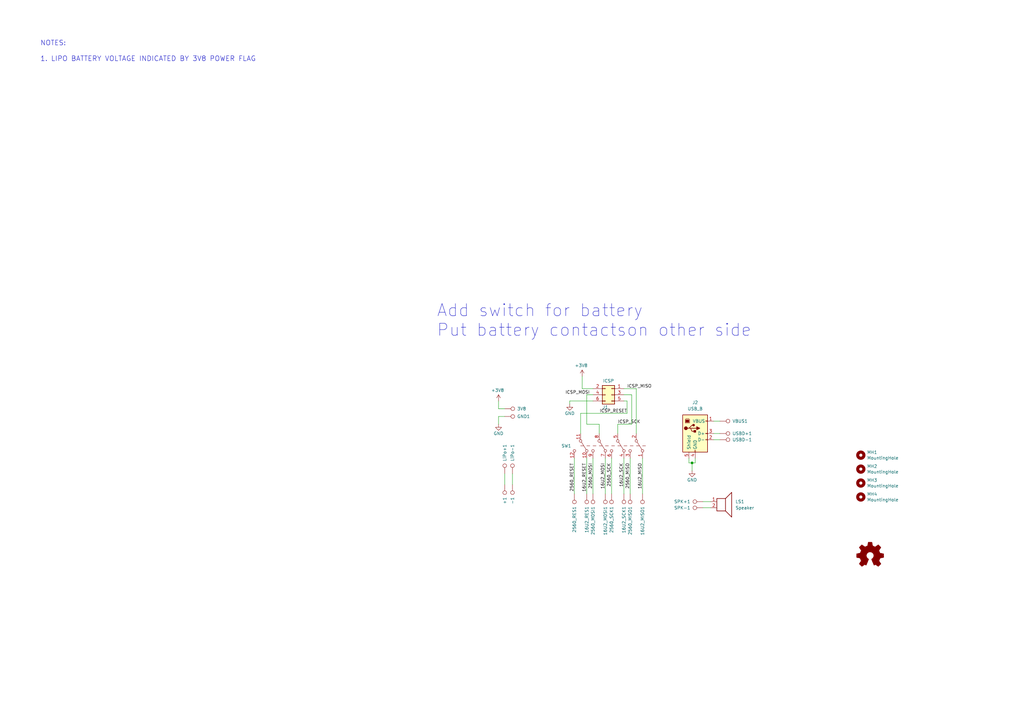
<source format=kicad_sch>
(kicad_sch (version 20211123) (generator eeschema)
  (paper "A3")
  (title_block (title "RUSP TEST BOARD") (date "2022-11-15") (company "J. Haupt") (comment 1 "Sky's Edge"))
  (lib_symbols
    (symbol "Connector:TestPoint" (pin_numbers hide) (pin_names (offset 0.762) hide)
      (property "Reference" "TP" (at 0 6.858 0))
      (property "Value" "TestPoint" (at 0 5.08 0))
      (symbol "TestPoint_0_1"
        (circle (center 0 3.302) (radius 0.762))
      )
      (symbol "TestPoint_1_1"
        (pin passive line (at 0 0 90) (length 2.54) (name "1") (number "1"))
      )
    )
    (symbol "Connector:USB_B" (pin_names (offset 1.016))
      (property "Reference" "J" (at -5.08 11.43 0))
      (property "Value" "USB_B" (at -5.08 8.89 0))
      (symbol "USB_B_0_1"
        (rectangle (start -5.08 -7.62) (end 5.08 7.62) (stroke (width 0.254)) (fill (type background)))
        (circle (center -3.81 2.159) (radius 0.635) (stroke (width 0.254)) (fill (type outline)))
        (rectangle (start -3.81 5.588) (end -2.54 4.572) (fill (type outline)))
        (circle (center -0.635 3.429) (radius 0.381) (stroke (width 0.254)) (fill (type outline)))
        (rectangle (start -0.127 -7.62) (end 0.127 -6.858))
        (polyline (pts (xy -1.905 2.159) (xy 0.635 2.159)) (stroke (width 0.254)))
        (polyline (pts (xy -3.175 2.159) (xy -2.54 2.159) (xy -1.27 3.429) (xy -0.635 3.429)) (stroke (width 0.254)))
        (polyline (pts (xy -2.54 2.159) (xy -1.905 2.159) (xy -1.27 0.889) (xy 0 0.889)) (stroke (width 0.254)))
        (polyline (pts (xy 0.635 2.794) (xy 0.635 1.524) (xy 1.905 2.159) (xy 0.635 2.794)) (stroke (width 0.254)) (fill (type outline)))
        (polyline (pts (xy -4.064 4.318) (xy -2.286 4.318) (xy -2.286 5.715) (xy -2.667 6.096) (xy -3.683 6.096) (xy -4.064 5.715) (xy -4.064 4.318)))
        (rectangle (start 0.254 1.27) (end -0.508 0.508) (stroke (width 0.254)) (fill (type outline)))
        (rectangle (start 5.08 -2.667) (end 4.318 -2.413))
        (rectangle (start 5.08 -0.127) (end 4.318 0.127))
        (rectangle (start 5.08 4.953) (end 4.318 5.207))
      )
      (symbol "USB_B_1_1"
        (pin power_out line (at 7.62 5.08 180) (length 2.54) (name "VBUS") (number "1"))
        (pin bidirectional line (at 7.62 -2.54 180) (length 2.54) (name "D-") (number "2"))
        (pin bidirectional line (at 7.62 0 180) (length 2.54) (name "D+") (number "3"))
        (pin power_out line (at 0 -10.16 90) (length 2.54) (name "GND") (number "4"))
        (pin passive line (at -2.54 -10.16 90) (length 2.54) (name "Shield") (number "5"))
      )
    )
    (symbol "Connector_Generic:Conn_02x03_Odd_Even" (pin_names (offset 1.016) hide)
      (property "Reference" "J" (at 1.27 5.08 0))
      (property "Value" "Conn_02x03_Odd_Even" (at 1.27 -5.08 0))
      (symbol "Conn_02x03_Odd_Even_1_1"
        (rectangle (start -1.27 -2.413) (end 0 -2.667) (stroke (width 0.1524)))
        (rectangle (start -1.27 0.127) (end 0 -0.127) (stroke (width 0.1524)))
        (rectangle (start -1.27 2.667) (end 0 2.413) (stroke (width 0.1524)))
        (rectangle (start -1.27 3.81) (end 3.81 -3.81) (stroke (width 0.254)) (fill (type background)))
        (rectangle (start 3.81 -2.413) (end 2.54 -2.667) (stroke (width 0.1524)))
        (rectangle (start 3.81 0.127) (end 2.54 -0.127) (stroke (width 0.1524)))
        (rectangle (start 3.81 2.667) (end 2.54 2.413) (stroke (width 0.1524)))
        (pin passive line (at -5.08 2.54 0) (length 3.81) (name "Pin_1") (number "1"))
        (pin passive line (at 7.62 2.54 180) (length 3.81) (name "Pin_2") (number "2"))
        (pin passive line (at -5.08 0 0) (length 3.81) (name "Pin_3") (number "3"))
        (pin passive line (at 7.62 0 180) (length 3.81) (name "Pin_4") (number "4"))
        (pin passive line (at -5.08 -2.54 0) (length 3.81) (name "Pin_5") (number "5"))
        (pin passive line (at 7.62 -2.54 180) (length 3.81) (name "Pin_6") (number "6"))
      )
    )
    (symbol "Device:Speaker" (pin_names (offset 0) hide)
      (property "Reference" "LS" (at 1.27 5.715 0))
      (property "Value" "Speaker" (at 1.27 3.81 0))
      (symbol "Speaker_0_0"
        (rectangle (start -2.54 1.27) (end 1.016 -3.81) (stroke (width 0.254)))
        (polyline (pts (xy 1.016 1.27) (xy 3.556 3.81) (xy 3.556 -6.35) (xy 1.016 -3.81)) (stroke (width 0.254)))
      )
      (symbol "Speaker_1_1"
        (pin input line (at -5.08 0 0) (length 2.54) (name "1") (number "1"))
        (pin input line (at -5.08 -2.54 0) (length 2.54) (name "2") (number "2"))
      )
    )
    (symbol "Graphic:Logo_Open_Hardware_Small" (pin_names (offset 1.016))
      (symbol "Logo_Open_Hardware_Small_0_1"
        (polyline (pts (xy 3.3528 -4.3434) (xy 3.302 -4.318) (xy 3.175 -4.2418) (xy 2.9972 -4.1148) (xy 2.7686 -3.9624) (xy 2.54 -3.81) (xy 2.3622 -3.7084) (xy 2.2352 -3.6068) (xy 2.1844 -3.5814) (xy 2.159 -3.6068) (xy 2.0574 -3.6576) (xy 1.905 -3.7338) (xy 1.8034 -3.7846) (xy 1.6764 -3.8354) (xy 1.6002 -3.8354) (xy 1.6002 -3.8354) (xy 1.5494 -3.7338) (xy 1.4732 -3.5306) (xy 1.3462 -3.302) (xy 1.2446 -3.0226) (xy 1.1176 -2.7178) (xy 0.9652 -2.413) (xy 0.8636 -2.1082) (xy 0.7366 -1.8288) (xy 0.6604 -1.6256) (xy 0.6096 -1.4732) (xy 0.5842 -1.397) (xy 0.5842 -1.397) (xy 0.6604 -1.3208) (xy 0.7874 -1.2446) (xy 1.0414 -1.016) (xy 1.2954 -0.6858) (xy 1.4478 -0.3302) (xy 1.524 0.0762) (xy 1.4732 0.4572) (xy 1.3208 0.8128) (xy 1.0668 1.143) (xy 0.762 1.3716) (xy 0.4064 1.524) (xy 0 1.5748) (xy -0.381 1.5494) (xy -0.7366 1.397) (xy -1.0668 1.143) (xy -1.2192 0.9906) (xy -1.397 0.6604) (xy -1.524 0.3048) (xy -1.524 0.2286) (xy -1.4986 -0.1778) (xy -1.397 -0.5334) (xy -1.1938 -0.8636) (xy -0.9144 -1.143) (xy -0.8636 -1.1684) (xy -0.7366 -1.27) (xy -0.635 -1.3462) (xy -0.5842 -1.397) (xy -1.0668 -2.5908) (xy -1.143 -2.794) (xy -1.2954 -3.1242) (xy -1.397 -3.4036) (xy -1.4986 -3.6322) (xy -1.5748 -3.7846) (xy -1.6002 -3.8354) (xy -1.6002 -3.8354) (xy -1.651 -3.8354) (xy -1.7272 -3.81) (xy -1.905 -3.7338) (xy -2.0066 -3.683) (xy -2.1336 -3.6068) (xy -2.2098 -3.5814) (xy -2.2606 -3.6068) (xy -2.3622 -3.683) (xy -2.54 -3.81) (xy -2.7686 -3.9624) (xy -2.9718 -4.0894) (xy -3.1496 -4.2164) (xy -3.302 -4.318) (xy -3.3528 -4.3434) (xy -3.3782 -4.3434) (xy -3.429 -4.318) (xy -3.5306 -4.2164) (xy -3.7084 -4.064) (xy -3.937 -3.8354) (xy -3.9624 -3.81) (xy -4.1656 -3.6068) (xy -4.318 -3.4544) (xy -4.4196 -3.3274) (xy -4.445 -3.2766) (xy -4.445 -3.2766) (xy -4.4196 -3.2258) (xy -4.318 -3.0734) (xy -4.2164 -2.8956) (xy -4.064 -2.667) (xy -3.6576 -2.0828) (xy -3.8862 -1.5494) (xy -3.937 -1.3716) (xy -4.0386 -1.1684) (xy -4.0894 -1.0414) (xy -4.1148 -0.9652) (xy -4.191 -0.9398) (xy -4.318 -0.9144) (xy -4.5466 -0.8636) (xy -4.8006 -0.8128) (xy -5.0546 -0.7874) (xy -5.2578 -0.7366) (xy -5.4356 -0.7112) (xy -5.5118 -0.6858) (xy -5.5118 -0.6858) (xy -5.5372 -0.635) (xy -5.5372 -0.5588) (xy -5.5372 -0.4318) (xy -5.5626 -0.2286) (xy -5.5626 0.0762) (xy -5.5626 0.127) (xy -5.5372 0.4064) (xy -5.5372 0.635) (xy -5.5372 0.762) (xy -5.5372 0.8382) (xy -5.5372 0.8382) (xy -5.461 0.8382) (xy -5.3086 0.889) (xy -5.08 0.9144) (xy -4.826 0.9652) (xy -4.8006 0.9906) (xy -4.5466 1.0414) (xy -4.318 1.0668) (xy -4.1656 1.1176) (xy -4.0894 1.143) (xy -4.0894 1.143) (xy -4.0386 1.2446) (xy -3.9624 1.4224) (xy -3.8608 1.6256) (xy -3.7846 1.8288) (xy -3.7084 2.0066) (xy -3.6576 2.159) (xy -3.6322 2.2098) (xy -3.6322 2.2098) (xy -3.683 2.286) (xy -3.7592 2.413) (xy -3.8862 2.5908) (xy -4.064 2.8194) (xy -4.064 2.8448) (xy -4.2164 3.0734) (xy -4.3434 3.2512) (xy -4.4196 3.3782) (xy -4.445 3.4544) (xy -4.445 3.4544) (xy -4.3942 3.5052) (xy -4.2926 3.6322) (xy -4.1148 3.81) (xy -3.937 4.0132) (xy -3.8608 4.064) (xy -3.6576 4.2926) (xy -3.5052 4.4196) (xy -3.4036 4.4958) (xy -3.3528 4.5212) (xy -3.3528 4.5212) (xy -3.302 4.4704) (xy -3.1496 4.3688) (xy -2.9718 4.2418) (xy -2.7432 4.0894) (xy -2.7178 4.0894) (xy -2.4892 3.937) (xy -2.3114 3.81) (xy -2.1844 3.7084) (xy -2.1336 3.683) (xy -2.1082 3.683) (xy -2.032 3.7084) (xy -1.8542 3.7592) (xy -1.6764 3.8354) (xy -1.4732 3.937) (xy -1.27 4.0132) (xy -1.143 4.064) (xy -1.0668 4.1148) (xy -1.0668 4.1148) (xy -1.0414 4.191) (xy -1.016 4.3434) (xy -0.9652 4.572) (xy -0.9144 4.8514) (xy -0.889 4.9022) (xy -0.8382 5.1562) (xy -0.8128 5.3848) (xy -0.7874 5.5372) (xy -0.762 5.588) (xy -0.7112 5.6134) (xy -0.5842 5.6134) (xy -0.4064 5.6134) (xy -0.1524 5.6134) (xy 0.0762 5.6134) (xy 0.3302 5.6134) (xy 0.5334 5.6134) (xy 0.6858 5.588) (xy 0.7366 5.588) (xy 0.7366 5.588) (xy 0.762 5.5118) (xy 0.8128 5.334) (xy 0.8382 5.1054) (xy 0.9144 4.826) (xy 0.9144 4.7752) (xy 0.9652 4.5212) (xy 1.016 4.2926) (xy 1.0414 4.1402) (xy 1.0668 4.0894) (xy 1.0668 4.0894) (xy 1.1938 4.0386) (xy 1.3716 3.9624) (xy 1.5748 3.8608) (xy 2.0828 3.6576) (xy 2.7178 4.0894) (xy 2.7686 4.1402) (xy 2.9972 4.2926) (xy 3.175 4.4196) (xy 3.302 4.4958) (xy 3.3782 4.5212) (xy 3.3782 4.5212) (xy 3.429 4.4704) (xy 3.556 4.3434) (xy 3.7338 4.191) (xy 3.9116 3.9878) (xy 4.064 3.8354) (xy 4.2418 3.6576) (xy 4.3434 3.556) (xy 4.4196 3.4798) (xy 4.4196 3.429) (xy 4.4196 3.4036) (xy 4.3942 3.3274) (xy 4.2926 3.2004) (xy 4.1656 2.9972) (xy 4.0132 2.794) (xy 3.8862 2.5908) (xy 3.7592 2.3876) (xy 3.6576 2.2352) (xy 3.6322 2.159) (xy 3.6322 2.1336) (xy 3.683 2.0066) (xy 3.7592 1.8288) (xy 3.8608 1.6002) (xy 4.064 1.1176) (xy 4.3942 1.0414) (xy 4.5974 1.016) (xy 4.8768 0.9652) (xy 5.1308 0.9144) (xy 5.5372 0.8382) (xy 5.5626 -0.6604) (xy 5.4864 -0.6858) (xy 5.4356 -0.6858) (xy 5.2832 -0.7366) (xy 5.0546 -0.762) (xy 4.8006 -0.8128) (xy 4.5974 -0.8636) (xy 4.3688 -0.9144) (xy 4.2164 -0.9398) (xy 4.1402 -0.9398) (xy 4.1148 -0.9652) (xy 4.064 -1.0668) (xy 3.9878 -1.2446) (xy 3.9116 -1.4478) (xy 3.81 -1.651) (xy 3.7338 -1.8542) (xy 3.683 -2.0066) (xy 3.6576 -2.0828) (xy 3.683 -2.1336) (xy 3.7846 -2.2606) (xy 3.8862 -2.4638) (xy 4.0386 -2.667) (xy 4.191 -2.8956) (xy 4.318 -3.0734) (xy 4.3942 -3.2004) (xy 4.445 -3.2766) (xy 4.4196 -3.3274) (xy 4.3434 -3.429) (xy 4.1656 -3.5814) (xy 3.937 -3.8354) (xy 3.8862 -3.8608) (xy 3.683 -4.064) (xy 3.5306 -4.2164) (xy 3.4036 -4.318) (xy 3.3528 -4.3434)) (fill (type outline)))
      )
    )
    (symbol "Mechanical:MountingHole" (pin_names (offset 1.016))
      (property "Reference" "H" (at 0 5.08 0))
      (property "Value" "MountingHole" (at 0 3.175 0))
      (symbol "MountingHole_0_1"
        (circle (center 0 0) (radius 1.27) (stroke (width 1.27)))
      )
    )
    (symbol "MyLibrary:SW_4P2T" (pin_names (offset 1.016))
      (property "Reference" "SW9" (at -5.08 -26.67 0))
      (symbol "SW_4P2T_0_1"
        (circle (center -0.762 0) (radius 0.508))
        (polyline (pts (xy -0.254 0.381) (xy 2.794 2.286)))
        (polyline (pts (xy 1.27 -21.59) (xy 1.27 -22.86)))
        (polyline (pts (xy 1.27 -19.05) (xy 1.27 -20.32)))
        (polyline (pts (xy 1.27 -16.51) (xy 1.27 -17.78)))
        (polyline (pts (xy 1.27 -13.97) (xy 1.27 -15.24)))
        (polyline (pts (xy 1.27 -11.43) (xy 1.27 -12.7)))
        (polyline (pts (xy 1.27 -8.89) (xy 1.27 -10.16)))
        (polyline (pts (xy 1.27 -6.35) (xy 1.27 -7.62)))
        (polyline (pts (xy 1.27 -3.81) (xy 1.27 -5.08)))
        (polyline (pts (xy 1.27 -1.27) (xy 1.27 -2.54)))
        (polyline (pts (xy 1.27 1.27) (xy 1.27 0)))
        (polyline (pts (xy 1.27 3.81) (xy 1.27 2.54)))
        (circle (center 3.302 2.54) (radius 0.5334))
      )
      (symbol "SW_4P2T_1_1"
        (circle (center -0.762 -22.86) (radius 0.5334))
        (circle (center -0.762 -15.24) (radius 0.5334))
        (circle (center -0.762 -7.62) (radius 0.5334))
        (polyline (pts (xy -0.254 -22.479) (xy 2.794 -20.574)))
        (polyline (pts (xy -0.254 -14.859) (xy 2.794 -12.954)))
        (polyline (pts (xy -0.254 -7.239) (xy 2.794 -5.334)))
        (circle (center 3.302 -25.4) (radius 0.5334))
        (circle (center 3.302 -20.32) (radius 0.5334))
        (circle (center 3.302 -17.78) (radius 0.5334))
        (circle (center 3.302 -12.7) (radius 0.5334))
        (circle (center 3.302 -10.16) (radius 0.5334))
        (circle (center 3.302 -5.08) (radius 0.5334))
        (circle (center 3.302 -2.54) (radius 0.5334))
        (pin input line (at 6.35 2.54 180) (length 2.54) (name "~") (number "1"))
        (pin input line (at 6.35 -20.32 180) (length 2.54) (name "~") (number "10"))
        (pin input line (at -3.81 -22.86 0) (length 2.54) (name "~") (number "11"))
        (pin input line (at 6.35 -25.4 180) (length 2.54) (name "~") (number "12"))
        (pin input line (at -3.81 0 0) (length 2.54) (name "~") (number "2"))
        (pin input line (at 6.35 -2.54 180) (length 2.54) (name "~") (number "3"))
        (pin input line (at 6.35 -5.08 180) (length 2.54) (name "~") (number "4"))
        (pin input line (at -3.81 -7.62 0) (length 2.54) (name "~") (number "5"))
        (pin input line (at 6.35 -10.16 180) (length 2.54) (name "~") (number "6"))
        (pin input line (at 6.35 -12.7 180) (length 2.54) (name "~") (number "7"))
        (pin input line (at -3.81 -15.24 0) (length 2.54) (name "~") (number "8"))
        (pin input line (at 6.35 -17.78 180) (length 2.54) (name "~") (number "9"))
      )
    )
    (symbol "power:+3V8" (power) (pin_names (offset 0))
      (property "Value" "+3V8" (at 0 3.556 0))
      (symbol "+3V8_0_1"
        (polyline (pts (xy -0.762 1.27) (xy 0 2.54)))
        (polyline (pts (xy 0 0) (xy 0 2.54)))
        (polyline (pts (xy 0 2.54) (xy 0.762 1.27)))
      )
      (symbol "+3V8_1_1"
        (pin power_in line (at 0 0 90) (length 0) hide (name "+3V8") (number "1"))
      )
    )
    (symbol "power:GND" (power) (pin_names (offset 0))
      (property "Value" "GND" (at 0 -3.81 0))
      (symbol "GND_0_1"
        (polyline (pts (xy 0 0) (xy 0 -1.27) (xy 1.27 -1.27) (xy 0 -2.54) (xy -1.27 -1.27) (xy 0 -1.27)))
      )
      (symbol "GND_1_1"
        (pin power_in line (at 0 0 270) (length 0) hide (name "GND") (number "1"))
      )
    )
  )
  (junction (at 283.845 189.865))
  (wire (pts (xy 257.175 164.465) (xy 255.905 164.465)))
  (wire (pts (xy 204.47 167.64) (xy 204.47 164.465)))
  (wire (pts (xy 253.365 177.8) (xy 253.365 173.99)))
  (wire (pts (xy 255.905 161.925) (xy 259.08 161.925)))
  (wire (pts (xy 207.01 194.31) (xy 207.01 198.755)))
  (wire (pts (xy 258.445 187.96) (xy 258.445 202.565)))
  (wire (pts (xy 282.575 189.865) (xy 283.845 189.865)))
  (wire (pts (xy 248.285 187.96) (xy 248.285 202.565)))
  (wire (pts (xy 204.47 170.815) (xy 207.01 170.815)))
  (wire (pts (xy 263.525 187.96) (xy 263.525 202.565)))
  (wire (pts (xy 238.125 177.8) (xy 238.125 169.545)))
  (wire (pts (xy 259.08 161.925) (xy 259.08 173.99)))
  (wire (pts (xy 283.845 193.04) (xy 283.845 189.865)))
  (wire (pts (xy 292.735 172.72) (xy 295.275 172.72)))
  (wire (pts (xy 245.745 177.8) (xy 245.745 173.99)))
  (wire (pts (xy 255.905 159.385) (xy 260.985 159.385)))
  (wire (pts (xy 238.125 169.545) (xy 257.175 169.545)))
  (wire (pts (xy 240.665 161.925) (xy 243.205 161.925)))
  (wire (pts (xy 207.01 167.64) (xy 204.47 167.64)))
  (wire (pts (xy 240.665 187.96) (xy 240.665 202.565)))
  (wire (pts (xy 257.175 169.545) (xy 257.175 164.465)))
  (wire (pts (xy 255.905 187.96) (xy 255.905 202.565)))
  (wire (pts (xy 285.115 189.865) (xy 285.115 187.96)))
  (wire (pts (xy 282.575 187.96) (xy 282.575 189.865)))
  (wire (pts (xy 283.845 189.865) (xy 285.115 189.865)))
  (wire (pts (xy 210.185 194.31) (xy 210.185 198.755)))
  (wire (pts (xy 292.735 177.8) (xy 295.275 177.8)))
  (wire (pts (xy 233.68 165.735) (xy 233.68 164.465)))
  (wire (pts (xy 288.29 208.28) (xy 291.465 208.28)))
  (wire (pts (xy 292.735 180.34) (xy 295.275 180.34)))
  (wire (pts (xy 288.29 205.74) (xy 291.465 205.74)))
  (wire (pts (xy 245.745 173.99) (xy 240.665 173.99)))
  (wire (pts (xy 235.585 187.96) (xy 235.585 202.565)))
  (wire (pts (xy 240.665 173.99) (xy 240.665 161.925)))
  (wire (pts (xy 238.76 154.305) (xy 238.76 159.385)))
  (wire (pts (xy 250.825 187.96) (xy 250.825 202.565)))
  (wire (pts (xy 233.68 164.465) (xy 243.205 164.465)))
  (wire (pts (xy 259.08 173.99) (xy 253.365 173.99)))
  (wire (pts (xy 243.205 159.385) (xy 238.76 159.385)))
  (wire (pts (xy 260.985 159.385) (xy 260.985 177.8)))
  (wire (pts (xy 204.47 173.99) (xy 204.47 170.815)))
  (wire (pts (xy 243.205 187.96) (xy 243.205 202.565)))
  (text "NOTES:\n\n1. LIPO BATTERY VOLTAGE INDICATED BY 3V8 POWER FLAG" (at 16.51 25.4 0) (effects (font (size 2.0066 2.0066)) (justify left bottom)))
  (text "Add switch for battery\nPut battery contactson other side " (at 179.07 138.43 0) (effects (font (size 5 5)) (justify left bottom)))
  (label "2560_RESET" (at 235.585 189.865 270))
  (label "ICSP_MISO" (at 257.175 159.385 0))
  (label "ICSP_SCK" (at 253.365 173.99 0))
  (label "ICSP_RESET" (at 257.175 169.545 180))
  (label "16U2_MOSI" (at 248.285 189.865 270))
  (label "2560_MISO" (at 258.445 189.865 270))
  (label "16U2_MISO" (at 263.525 189.865 270))
  (label "2560_MOSI" (at 243.205 189.865 270))
  (label "16U2_SCK" (at 255.905 189.865 270))
  (label "ICSP_MOSI" (at 241.935 161.925 180))
  (label "16U2_RESET" (at 240.665 189.865 270))
  (label "2560_SCK" (at 250.825 189.865 270))
  (symbol (lib_id "Graphic:Logo_Open_Hardware_Small") (at 356.87 227.965 0) (unit 1)
    (property "Reference" "LOGO1" (effects hide))
    (property "Value" "Logo1" (effects hide))
    (property "Footprint" "MyFootprints:SkysEdge24mm" (effects hide))
  )
  (symbol (lib_id "Mechanical:MountingHole") (at 353.06 186.69 0) (unit 1)
    (property "Reference" "MH1" (at 355.6 185.5216 0) (effects (justify left)))
    (property "Value" "MountingHole" (at 355.6 187.833 0) (effects (justify left)))
    (property "Footprint" "MountingHole:MountingHole_3.2mm_M3_Pad" (effects hide))
  )
  (symbol (lib_id "Connector:TestPoint") (at 255.905 202.565 180) (unit 1)
    (property "Reference" "16U2_SCK1" (at 255.905 207.645 90) (effects (justify left)))
    (property "Value" "TestPoint" (effects hide))
    (property "Footprint" "MyFootprints:TestPoint_PogoPin_PreciDip-90055-AS" (effects hide))
    (property "Mfg. Name" "Preci-Dip" (effects hide))
    (property "Mfg. Part No." "90055-AS" (effects hide))
  )
  (symbol (lib_id "Connector:TestPoint") (at 258.445 202.565 180) (unit 1)
    (property "Reference" "2560_MISO1" (at 258.445 207.645 90) (effects (justify left)))
    (property "Value" "TestPoint" (effects hide))
    (property "Footprint" "MyFootprints:TestPoint_PogoPin_PreciDip-90055-AS" (effects hide))
    (property "Mfg. Name" "Preci-Dip" (effects hide))
    (property "Mfg. Part No." "90055-AS" (effects hide))
  )
  (symbol (lib_id "Mechanical:MountingHole") (at 353.06 198.12 0) (unit 1)
    (property "Reference" "MH3" (at 355.6 196.9516 0) (effects (justify left)))
    (property "Value" "MountingHole" (at 355.6 199.263 0) (effects (justify left)))
    (property "Footprint" "MountingHole:MountingHole_3.2mm_M3_Pad" (effects hide))
  )
  (symbol (lib_id "power:GND") (at 283.845 193.04 0) (mirror y) (unit 1)
    (property "Reference" "#PWR0105" (effects hide))
    (property "Value" "GND" (at 283.845 196.85 0))
  )
  (symbol (lib_id "Mechanical:MountingHole") (at 353.06 203.835 0) (unit 1)
    (property "Reference" "MH4" (at 355.6 202.6666 0) (effects (justify left)))
    (property "Value" "MountingHole" (at 355.6 204.978 0) (effects (justify left)))
    (property "Footprint" "MountingHole:MountingHole_3.2mm_M3_Pad" (effects hide))
  )
  (symbol (lib_id "Connector:TestPoint") (at 210.185 194.31 0) (unit 1)
    (property "Reference" "LiPo-1" (at 210.185 189.23 90) (effects (justify left)))
    (property "Value" "TestPoint" (effects hide))
    (property "Footprint" "TestPoint:TestPoint_Pad_4.0x4.0mm" (effects hide))
  )
  (symbol (lib_id "Connector:TestPoint") (at 288.29 208.28 90) (unit 1)
    (property "Reference" "SPK-1" (at 283.21 208.28 90) (effects (justify left)))
    (property "Value" "TestPoint" (effects hide))
    (property "Footprint" "MyFootprints:TestPoint_PogoPin_PreciDip-90055-AS" (effects hide))
    (property "Mfg. Name" "Preci-Dip" (effects hide))
    (property "Mfg. Part No." "90055-AS" (effects hide))
  )
  (symbol (lib_id "Connector:TestPoint") (at 235.585 202.565 180) (unit 1)
    (property "Reference" "2560_RES1" (at 235.585 207.645 90) (effects (justify left)))
    (property "Value" "TestPoint" (effects hide))
    (property "Footprint" "MyFootprints:TestPoint_PogoPin_PreciDip-90055-AS" (effects hide))
    (property "Mfg. Name" "Preci-Dip" (effects hide))
    (property "Mfg. Part No." "90055-AS" (effects hide))
  )
  (symbol (lib_id "Device:Speaker") (at 296.545 205.74 0) (unit 1)
    (property "Reference" "LS1" (at 301.625 205.7399 0) (effects (justify left)))
    (property "Value" "Speaker" (at 301.625 208.2799 0) (effects (justify left)))
    (property "Footprint" "MyFootprints:Speaker_PUI_AR01232MS-SC12-WP-R" (effects hide))
    (property "Mfg. Name" "PUI" (effects hide))
    (property "Mfg. Part No." "AR01232MS-SC12-WP-R" (effects hide))
  )
  (symbol (lib_id "Connector:TestPoint") (at 243.205 202.565 180) (unit 1)
    (property "Reference" "2560_MOSI1" (at 243.205 207.645 90) (effects (justify left)))
    (property "Value" "TestPoint" (effects hide))
    (property "Footprint" "MyFootprints:TestPoint_PogoPin_PreciDip-90055-AS" (effects hide))
    (property "Mfg. Name" "Preci-Dip" (effects hide))
    (property "Mfg. Part No." "90055-AS" (effects hide))
  )
  (symbol (lib_id "Connector_Generic:Conn_02x03_Odd_Even") (at 250.825 161.925 0) (mirror y) (unit 1)
    (property "Reference" "J1" (at 248.285 167.005 0))
    (property "Value" "ICSP" (at 249.555 156.21 0))
    (property "Footprint" "MyFootprints:ICSP_Header" (effects hide))
    (property "Mfg. Name" "Amphenol" (effects hide))
    (property "Mfg. Part No." "75869-131LF" (effects hide))
  )
  (symbol (lib_id "Connector:TestPoint") (at 207.01 198.755 180) (unit 1)
    (property "Reference" "+1" (at 207.01 203.835 90) (effects (justify left)))
    (property "Value" "TestPoint" (effects hide))
    (property "Footprint" "MyFootprints:TestPoint_PogoPin_PreciDip-90055-AS" (effects hide))
    (property "Mfg. Name" "Preci-Dip" (effects hide))
    (property "Mfg. Part No." "90055-AS" (effects hide))
  )
  (symbol (lib_id "power:+3V8") (at 238.76 154.305 0) (mirror y) (unit 1)
    (property "Reference" "#PWR0101" (effects hide))
    (property "Value" "+3V8" (at 238.379 149.9108 0))
  )
  (symbol (lib_id "power:GND") (at 233.68 165.735 0) (mirror y) (unit 1)
    (property "Reference" "#PWR0102" (effects hide))
    (property "Value" "GND" (at 233.68 169.545 0))
  )
  (symbol (lib_id "Connector:USB_B") (at 285.115 177.8 0) (unit 1)
    (property "Reference" "J2" (at 285.115 165.1 0))
    (property "Value" "USB_B" (at 285.115 167.64 0))
    (property "Footprint" "MyFootprints:USB-B_Amphenol-UE27BC54130" (effects hide))
    (property "Datasheet" " ~" (effects hide))
    (property "Mfg. Name" "Amphenol" (effects hide))
    (property "Mfg. Part No." "UE27BC54130" (effects hide))
  )
  (symbol (lib_id "Connector:TestPoint") (at 263.525 202.565 180) (unit 1)
    (property "Reference" "16U2_MISO1" (at 263.525 207.645 90) (effects (justify left)))
    (property "Value" "TestPoint" (effects hide))
    (property "Footprint" "MyFootprints:TestPoint_PogoPin_PreciDip-90055-AS" (effects hide))
    (property "Mfg. Name" "Preci-Dip" (effects hide))
    (property "Mfg. Part No." "90055-AS" (effects hide))
  )
  (symbol (lib_id "Connector:TestPoint") (at 240.665 202.565 180) (unit 1)
    (property "Reference" "16U2_RES1" (at 240.665 207.645 90) (effects (justify left)))
    (property "Value" "TestPoint" (effects hide))
    (property "Footprint" "MyFootprints:TestPoint_PogoPin_PreciDip-90055-AS" (effects hide))
    (property "Mfg. Name" "Preci-Dip" (effects hide))
    (property "Mfg. Part No." "90055-AS" (effects hide))
  )
  (symbol (lib_id "power:GND") (at 204.47 173.99 0) (mirror y) (unit 1)
    (property "Reference" "#PWR0104" (effects hide))
    (property "Value" "GND" (at 204.47 177.8 0))
  )
  (symbol (lib_id "Connector:TestPoint") (at 295.275 177.8 270) (unit 1)
    (property "Reference" "USBD+1" (at 300.355 177.8 90) (effects (justify left)))
    (property "Value" "TestPoint" (effects hide))
    (property "Footprint" "MyFootprints:TestPoint_PogoPin_PreciDip-90055-AS" (effects hide))
    (property "Mfg. Name" "Preci-Dip" (effects hide))
    (property "Mfg. Part No." "90055-AS" (effects hide))
  )
  (symbol (lib_id "power:+3V8") (at 204.47 164.465 0) (mirror y) (unit 1)
    (property "Reference" "#PWR0103" (effects hide))
    (property "Value" "+3V8" (at 204.089 160.0708 0))
  )
  (symbol (lib_id "MyLibrary:SW_4P2T") (at 260.985 181.61 270) (unit 1)
    (property "Reference" "SW1" (at 234.315 182.8799 90) (effects (justify right)))
    (property "Value" "SW_4P2T" (effects hide))
    (property "Footprint" "MyFootprints:Switch_4PDT_ESwitch-EG4208" (effects hide))
    (property "Datasheet" "http://spec_sheets.e-switch.com/specs/P040280.pdf" (effects hide))
    (property "Mfg. Name" "E-Switch" (effects hide))
    (property "Mfg. Part No." "EG4208 " (effects hide))
  )
  (symbol (lib_id "Mechanical:MountingHole") (at 353.06 192.405 0) (unit 1)
    (property "Reference" "MH2" (at 355.6 191.2366 0) (effects (justify left)))
    (property "Value" "MountingHole" (at 355.6 193.548 0) (effects (justify left)))
    (property "Footprint" "MountingHole:MountingHole_3.2mm_M3_Pad" (effects hide))
  )
  (symbol (lib_id "Connector:TestPoint") (at 207.01 170.815 270) (unit 1)
    (property "Reference" "GND1" (at 212.09 170.815 90) (effects (justify left)))
    (property "Value" "TestPoint" (effects hide))
    (property "Footprint" "MyFootprints:TestPoint_PogoPin_PreciDip-90055-AS" (effects hide))
    (property "Mfg. Name" "Preci-Dip" (effects hide))
    (property "Mfg. Part No." "90055-AS" (effects hide))
  )
  (symbol (lib_id "Connector:TestPoint") (at 295.275 180.34 270) (unit 1)
    (property "Reference" "USBD-1" (at 300.355 180.34 90) (effects (justify left)))
    (property "Value" "TestPoint" (effects hide))
    (property "Footprint" "MyFootprints:TestPoint_PogoPin_PreciDip-90055-AS" (effects hide))
    (property "Mfg. Name" "Preci-Dip" (effects hide))
    (property "Mfg. Part No." "90055-AS" (effects hide))
  )
  (symbol (lib_id "Connector:TestPoint") (at 288.29 205.74 90) (unit 1)
    (property "Reference" "SPK+1" (at 283.21 205.74 90) (effects (justify left)))
    (property "Value" "TestPoint" (effects hide))
    (property "Footprint" "MyFootprints:TestPoint_PogoPin_PreciDip-90055-AS" (effects hide))
    (property "Mfg. Name" "Preci-Dip" (effects hide))
    (property "Mfg. Part No." "90055-AS" (effects hide))
  )
  (symbol (lib_id "Connector:TestPoint") (at 295.275 172.72 270) (unit 1)
    (property "Reference" "VBUS1" (at 300.355 172.72 90) (effects (justify left)))
    (property "Value" "TestPoint" (effects hide))
    (property "Footprint" "MyFootprints:TestPoint_PogoPin_PreciDip-90055-AS" (effects hide))
    (property "Mfg. Name" "Preci-Dip" (effects hide))
    (property "Mfg. Part No." "90055-AS" (effects hide))
  )
  (symbol (lib_id "Connector:TestPoint") (at 210.185 198.755 180) (unit 1)
    (property "Reference" "-1" (at 210.185 203.835 90) (effects (justify left)))
    (property "Value" "TestPoint" (effects hide))
    (property "Footprint" "MyFootprints:TestPoint_PogoPin_PreciDip-90055-AS" (effects hide))
    (property "Mfg. Name" "Preci-Dip" (effects hide))
    (property "Mfg. Part No." "90055-AS" (effects hide))
  )
  (symbol (lib_id "Connector:TestPoint") (at 248.285 202.565 180) (unit 1)
    (property "Reference" "16U2_MOSI1" (at 248.285 207.645 90) (effects (justify left)))
    (property "Value" "TestPoint" (effects hide))
    (property "Footprint" "MyFootprints:TestPoint_PogoPin_PreciDip-90055-AS" (effects hide))
    (property "Mfg. Name" "Preci-Dip" (effects hide))
    (property "Mfg. Part No." "90055-AS" (effects hide))
  )
  (symbol (lib_id "Connector:TestPoint") (at 250.825 202.565 180) (unit 1)
    (property "Reference" "2560_SCK1" (at 250.825 207.645 90) (effects (justify left)))
    (property "Value" "TestPoint" (effects hide))
    (property "Footprint" "MyFootprints:TestPoint_PogoPin_PreciDip-90055-AS" (effects hide))
    (property "Mfg. Name" "Preci-Dip" (effects hide))
    (property "Mfg. Part No." "90055-AS" (effects hide))
  )
  (symbol (lib_id "Connector:TestPoint") (at 207.01 167.64 270) (unit 1)
    (property "Reference" "3V8" (at 212.09 167.64 90) (effects (justify left)))
    (property "Value" "TestPoint" (effects hide))
    (property "Footprint" "MyFootprints:TestPoint_PogoPin_PreciDip-90055-AS" (effects hide))
    (property "Mfg. Name" "Preci-Dip" (effects hide))
    (property "Mfg. Part No." "90055-AS" (effects hide))
  )
  (symbol (lib_id "Connector:TestPoint") (at 207.01 194.31 0) (unit 1)
    (property "Reference" "LiPo+1" (at 207.01 189.23 90) (effects (justify left)))
    (property "Value" "TestPoint" (effects hide))
    (property "Footprint" "TestPoint:TestPoint_Pad_4.0x4.0mm" (effects hide))
  )
)
</source>
